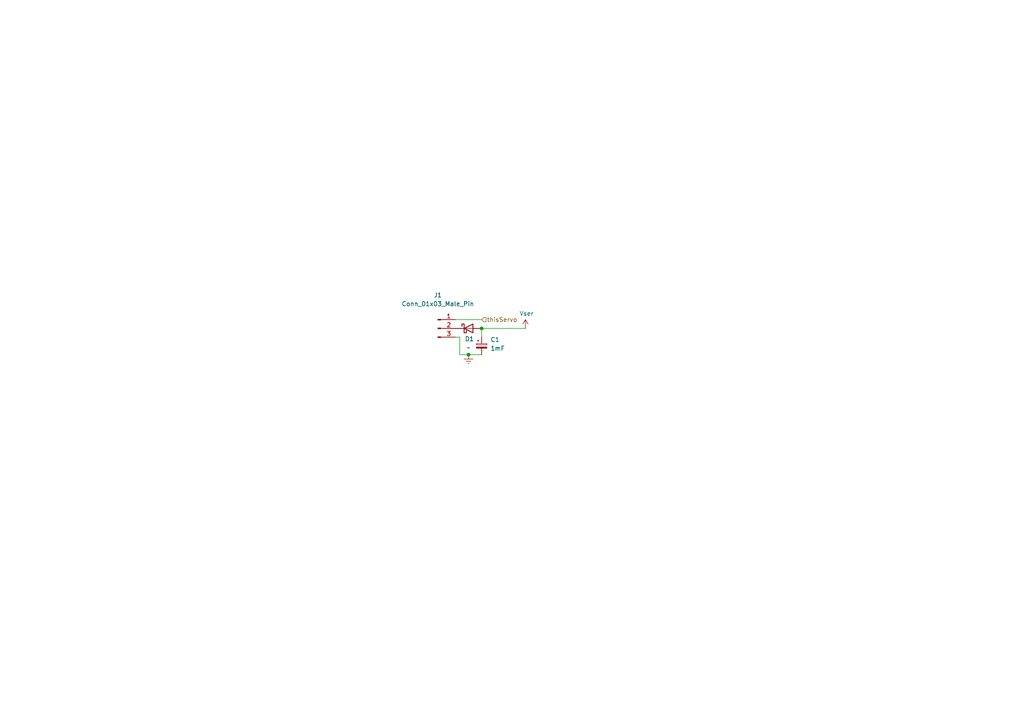
<source format=kicad_sch>
(kicad_sch (version 20250114) (generator "eeschema") (generator_version "9.0")
  (paper "A4")
  (lib_symbols
    (symbol "Connector:Conn_01x03_Pin" (pin_names (offset 1.016) (hide yes))
      (property "Reference" "J" (at 0 5.08 0))
      (property "Value" "Conn_01x03_Pin" (at 0 -5.08 0))
      (symbol "Conn_01x03_Pin_1_1"
        (rectangle (start 0.8636 2.667) (end 0 2.413) (stroke (width 0.1524)) (fill (type outline)))
        (rectangle (start 0.8636 0.127) (end 0 -0.127) (stroke (width 0.1524)) (fill (type outline)))
        (rectangle (start 0.8636 -2.413) (end 0 -2.667) (stroke (width 0.1524)) (fill (type outline)))
        (polyline (pts (xy 1.27 2.54) (xy 0.8636 2.54)) (stroke (width 0.1524)))
        (polyline (pts (xy 1.27 0) (xy 0.8636 0)) (stroke (width 0.1524)))
        (polyline (pts (xy 1.27 -2.54) (xy 0.8636 -2.54)) (stroke (width 0.1524)))
        (pin passive line (at 5.08 2.54 180) (length 3.81) (name "Pin_1") (number "1"))
        (pin passive line (at 5.08 0 180) (length 3.81) (name "Pin_2") (number "2"))
        (pin passive line (at 5.08 -2.54 180) (length 3.81) (name "Pin_3") (number "3"))
      )
    )
    (symbol "Device:C_Polarized_Small" (pin_numbers (hide yes)) (pin_names (offset 0.254) (hide yes))
      (property "Reference" "C" (at 0.254 1.778 0))
      (property "Value" "C_Polarized_Small" (at 0.254 -2.032 0))
      (symbol "C_Polarized_Small_0_1"
        (rectangle (start -1.524 0.6858) (end 1.524 0.3048))
        (rectangle (start -1.524 -0.3048) (end 1.524 -0.6858) (fill (type outline)))
        (polyline (pts (xy -1.27 1.524) (xy -0.762 1.524)))
        (polyline (pts (xy -1.016 1.27) (xy -1.016 1.778)))
      )
      (symbol "C_Polarized_Small_1_1"
        (pin passive line (at 0 2.54 270) (length 1.8542) (name "~") (number "1"))
        (pin passive line (at 0 -2.54 90) (length 1.8542) (name "~") (number "2"))
      )
    )
    (symbol "Diode:1N5817" (pin_numbers (hide yes)) (pin_names (offset 1.016) (hide yes))
      (property "Reference" "D" (at 0 2.54 0))
      (property "Value" "1N5817" (at 0 -2.54 0))
      (symbol "1N5817_0_1"
        (polyline (pts (xy -1.905 0.635) (xy -1.905 1.27) (xy -1.27 1.27) (xy -1.27 -1.27) (xy -0.635 -1.27) (xy -0.635 -0.635)) (stroke (width 0.254)))
        (polyline (pts (xy 1.27 1.27) (xy 1.27 -1.27) (xy -1.27 0) (xy 1.27 1.27)) (stroke (width 0.254)))
        (polyline (pts (xy 1.27 0) (xy -1.27 0)))
      )
      (symbol "1N5817_1_1"
        (pin passive line (at -3.81 0 0) (length 2.54) (name "K") (number "1"))
        (pin passive line (at 3.81 0 180) (length 2.54) (name "A") (number "2"))
      )
    )
    (symbol "power:GNDREF" (power) (pin_numbers (hide yes)) (pin_names (offset 0) (hide yes))
      (property "Value" "GNDREF" (at 0 -3.81 0))
      (symbol "GNDREF_0_1"
        (polyline (pts (xy -0.635 -1.905) (xy 0.635 -1.905)))
        (polyline (pts (xy -0.127 -2.54) (xy 0.127 -2.54)))
        (polyline (pts (xy 0 -1.27) (xy 0 0)))
        (polyline (pts (xy 1.27 -1.27) (xy -1.27 -1.27)))
      )
      (symbol "GNDREF_1_1"
        (pin power_in line (at 0 0 270) (length 0) (name "~") (number "1"))
      )
    )
    (symbol "power:VCC" (power) (pin_numbers (hide yes)) (pin_names (offset 0) (hide yes))
      (property "Value" "VCC" (at 0 3.556 0))
      (symbol "VCC_0_1"
        (polyline (pts (xy -0.762 1.27) (xy 0 2.54)))
        (polyline (pts (xy 0 2.54) (xy 0.762 1.27)))
        (polyline (pts (xy 0 0) (xy 0 2.54)))
      )
      (symbol "VCC_1_1"
        (pin power_in line (at 0 0 90) (length 0) (name "~") (number "1"))
      )
    )
  )
  (junction (at 135.89 102.87))
  (junction (at 139.7 95.25))
  (wire (pts (xy 139.7 95.25) (xy 152.4 95.25)))
  (wire (pts (xy 133.35 97.79) (xy 133.35 102.87)))
  (wire (pts (xy 133.35 97.79) (xy 132.08 97.79)))
  (wire (pts (xy 135.89 102.87) (xy 133.35 102.87)))
  (wire (pts (xy 135.89 102.87) (xy 139.7 102.87)))
  (wire (pts (xy 139.7 95.25) (xy 139.7 97.79)))
  (wire (pts (xy 139.7 92.71) (xy 132.08 92.71)))
  (hierarchical_label "thisServo" (shape input) (at 139.7 92.71 0))
  (symbol (lib_id "Diode:1N5817") (at 135.89 95.25 0) (unit 1)
    (property "Reference" "D53" (at 136.144 98.298 0))
    (property "Value" "~" (at 135.89 100.838 0))
    (property "Footprint" "Diode_SMD:D_SOD-123" (effects (hide yes)))
    (property "Description" "20V 1A Schottky Barrier Rectifier Diode, DO-41" (effects (hide yes)))
    (instances (project "Oblique Palette 0.5.4 PCB Main" (path "" (reference "D1") (unit 1)) (path "" (reference "D73") (unit 1)) (path "" (reference "D77") (unit 1)) (path "" (reference "D69") (unit 1)) (path "" (reference "D61") (unit 1)) (path "" (reference "D53") (unit 1)) (path "" (reference "D57") (unit 1)) (path "" (reference "D65") (unit 1))))
  )
  (symbol (lib_id "Connector:Conn_01x03_Pin") (at 127 95.25 0) (unit 1)
    (property "Reference" "J3" (at 127 85.598 0))
    (property "Value" "Conn_01x03_Male_Pin" (at 127 88.138 0))
    (property "Footprint" "Connector_PinHeader_2.54mm:PinHeader_1x03_P2.54mm_Vertical" (effects (hide yes)))
    (property "Description" "Generic connector, single row, 01x03, script generated" (effects (hide yes)))
    (instances (project "Oblique Palette 0.5.4 PCB Main" (path "" (reference "J1") (unit 1)) (path "" (reference "J15") (unit 1)) (path "" (reference "J18") (unit 1)) (path "" (reference "J12") (unit 1)) (path "" (reference "J8") (unit 1)) (path "" (reference "J3") (unit 1)) (path "" (reference "J6") (unit 1)) (path "" (reference "J10") (unit 1))))
  )
  (symbol (lib_id "Device:C_Polarized_Small") (at 139.7 100.33 0) (unit 1)
    (property "Reference" "C18" (at 142.24 98.5138 0) (effects (justify left)))
    (property "Value" "1mF" (at 142.24 101.0538 0) (effects (justify left)))
    (property "Footprint" "Capacitor_SMD:CP_Elec_10x10.5" (effects (hide yes)))
    (property "Description" "Polarized capacitor, small symbol" (effects (hide yes)))
    (instances (project "Oblique Palette 0.5.4 PCB Main" (path "" (reference "C1") (unit 1)) (path "" (reference "C23") (unit 1)) (path "" (reference "C24") (unit 1)) (path "" (reference "C22") (unit 1)) (path "" (reference "C20") (unit 1)) (path "" (reference "C18") (unit 1)) (path "" (reference "C19") (unit 1)) (path "" (reference "C21") (unit 1))))
  )
  (symbol (lib_id "power:GNDREF") (at 135.89 102.87 0) (unit 1)
    (property "Reference" "#PWR0123" (effects (hide yes)))
    (property "Value" "GNDREF" (effects (hide yes)))
    (property "Description" "Power symbol creates a global label with name \"GNDREF\" , reference supply ground" (effects (hide yes)))
    (instances (project "Oblique Palette 0.5.4 PCB Main" (path "" (reference "#PWR0107") (unit 1)) (path "" (reference "#PWR0203") (unit 1)) (path "" (reference "#PWR0233") (unit 1)) (path "" (reference "#PWR0191") (unit 1)) (path "" (reference "#PWR0157") (unit 1)) (path "" (reference "#PWR0123") (unit 1)) (path "" (reference "#PWR0140") (unit 1)) (path "" (reference "#PWR0174") (unit 1))))
  )
  (symbol (lib_id "power:VCC") (at 152.4 95.25 0) (unit 1)
    (property "Reference" "#PWR0124" (effects (hide yes)))
    (property "Value" "Vser" (at 150.622 90.932 0) (effects (justify left)))
    (property "Description" "Power symbol creates a global label with name \"VCC\"" (effects (hide yes)))
    (instances (project "Oblique Palette 0.5.4 PCB Main" (path "" (reference "#PWR0106") (unit 1)) (path "" (reference "#PWR0218") (unit 1)) (path "" (reference "#PWR0248") (unit 1)) (path "" (reference "#PWR0192") (unit 1)) (path "" (reference "#PWR0158") (unit 1)) (path "" (reference "#PWR0124") (unit 1)) (path "" (reference "#PWR0141") (unit 1)) (path "" (reference "#PWR0175") (unit 1))))
  )
)
</source>
